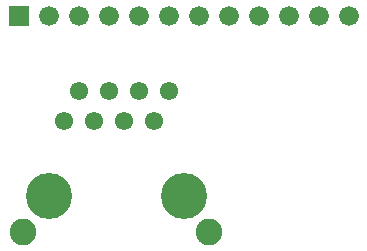
<source format=gbr>
G04 start of page 7 for group -4062 idx -4062 *
G04 Title: (unknown), soldermask *
G04 Creator: pcb 1.99z *
G04 CreationDate: Sat Nov 14 22:14:46 2015 UTC *
G04 For: commonadmin *
G04 Format: Gerber/RS-274X *
G04 PCB-Dimensions (mil): 1300.00 1100.00 *
G04 PCB-Coordinate-Origin: lower left *
%MOIN*%
%FSLAX25Y25*%
%LNBOTTOMMASK*%
%ADD50C,0.0887*%
%ADD49C,0.1536*%
%ADD48C,0.0611*%
%ADD47C,0.0001*%
%ADD46C,0.0660*%
G54D46*X38000Y100000D03*
X48000D03*
X58000D03*
X68000D03*
G54D47*G36*
X4700Y103300D02*Y96700D01*
X11300D01*
Y103300D01*
X4700D01*
G37*
G54D46*X18000Y100000D03*
X28000D03*
G54D48*Y75000D03*
X38000D03*
X48000D03*
X58000D03*
X23000Y65000D03*
G54D49*X18000Y40000D03*
G54D50*X9457Y27992D03*
G54D48*X33000Y65000D03*
X43000D03*
X53000D03*
G54D49*X63000Y40000D03*
G54D50*X71465Y27992D03*
G54D46*X78000Y100000D03*
X88000D03*
X98000D03*
X108000D03*
X118000D03*
M02*

</source>
